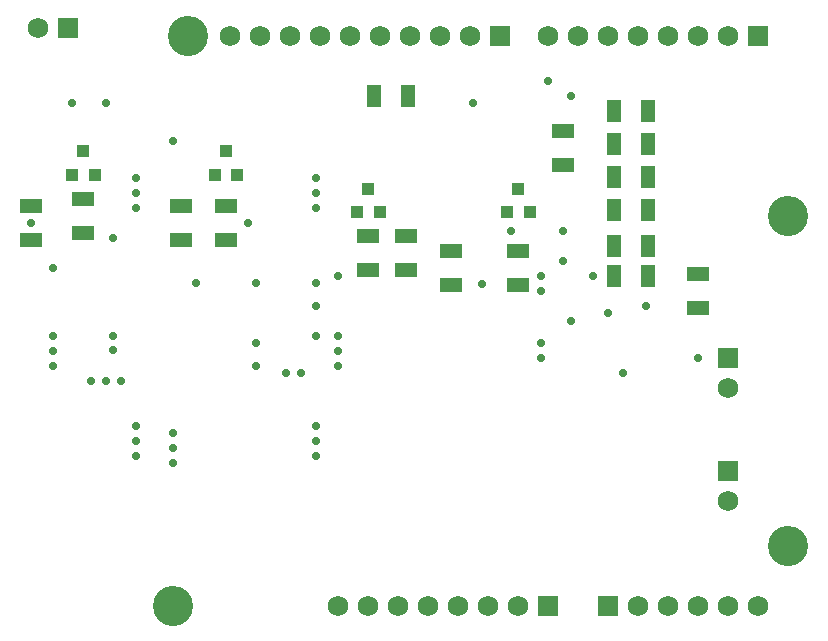
<source format=gbr>
%TF.GenerationSoftware,Altium Limited,Altium Designer,19.1.8 (144)*%
G04 Layer_Color=16711935*
%FSLAX26Y26*%
%MOIN*%
%TF.FileFunction,Soldermask,Bot*%
%TF.Part,Single*%
G01*
G75*
%TA.AperFunction,SMDPad,CuDef*%
%ADD30R,0.074929X0.051307*%
%ADD31R,0.051307X0.074929*%
%ADD32R,0.039496X0.043433*%
%TA.AperFunction,ComponentPad*%
%ADD33C,0.069024*%
%ADD34R,0.069024X0.069024*%
%ADD35R,0.069024X0.069024*%
%ADD36C,0.068000*%
%ADD37R,0.068000X0.068000*%
%TA.AperFunction,ViaPad*%
%ADD38C,0.133984*%
%ADD39C,0.028000*%
D30*
X2300000Y1207087D02*
D03*
Y1092913D02*
D03*
X1850000Y1567913D02*
D03*
Y1682087D02*
D03*
X725000Y1317913D02*
D03*
Y1432087D02*
D03*
X1700000Y1167913D02*
D03*
Y1282087D02*
D03*
X575000Y1317913D02*
D03*
Y1432087D02*
D03*
X75000Y1317913D02*
D03*
Y1432087D02*
D03*
X250000Y1457087D02*
D03*
Y1342913D02*
D03*
X1475000Y1282087D02*
D03*
Y1167913D02*
D03*
X1325000Y1332087D02*
D03*
Y1217913D02*
D03*
X1200000Y1332087D02*
D03*
Y1217913D02*
D03*
D31*
X1217913Y1800000D02*
D03*
X1332086D02*
D03*
X2132087Y1749999D02*
D03*
X2017913D02*
D03*
Y1418749D02*
D03*
X2132087D02*
D03*
Y1529166D02*
D03*
X2017913D02*
D03*
X2132087Y1197916D02*
D03*
X2017913D02*
D03*
X2132087Y1639583D02*
D03*
X2017913D02*
D03*
Y1300000D02*
D03*
X2132087D02*
D03*
D32*
X1237402Y1410630D02*
D03*
X1162599D02*
D03*
X1200000Y1489370D02*
D03*
X1737402Y1410630D02*
D03*
X1662599D02*
D03*
X1700000Y1489370D02*
D03*
X762402Y1535630D02*
D03*
X687598D02*
D03*
X725000Y1614370D02*
D03*
X287402Y1535630D02*
D03*
X212599D02*
D03*
X250000Y1614370D02*
D03*
D33*
X100000Y2025000D02*
D03*
X2400000Y825000D02*
D03*
Y450000D02*
D03*
D34*
X200000Y2025000D02*
D03*
D35*
X2400000Y925000D02*
D03*
Y550000D02*
D03*
D36*
X1600000Y100000D02*
D03*
X1700000D02*
D03*
X1100000D02*
D03*
X1200000D02*
D03*
X1300000D02*
D03*
X1400000D02*
D03*
X1500000D02*
D03*
X2300000Y2000000D02*
D03*
X2400000D02*
D03*
X1800000D02*
D03*
X1900000D02*
D03*
X2000000D02*
D03*
X2100000D02*
D03*
X2200000D02*
D03*
X740000D02*
D03*
X840000D02*
D03*
X940000D02*
D03*
X1040000D02*
D03*
X1140000D02*
D03*
X1240000D02*
D03*
X1340000D02*
D03*
X1440000D02*
D03*
X1540000D02*
D03*
X2500000Y100000D02*
D03*
X2400000D02*
D03*
X2300000D02*
D03*
X2200000D02*
D03*
X2100000D02*
D03*
D37*
X1800000D02*
D03*
X2500000Y2000000D02*
D03*
X1640000D02*
D03*
X2000000Y100000D02*
D03*
D38*
X600000Y2000000D02*
D03*
X550000Y100000D02*
D03*
X2600000Y1400000D02*
D03*
Y300000D02*
D03*
D39*
X975000Y875000D02*
D03*
X1100000Y900000D02*
D03*
Y950000D02*
D03*
Y1000000D02*
D03*
X925000Y875000D02*
D03*
X375000Y850000D02*
D03*
X325000D02*
D03*
X275000D02*
D03*
X150000Y1000000D02*
D03*
Y900000D02*
D03*
Y950000D02*
D03*
X2125000Y1100000D02*
D03*
X2300000Y1092913D02*
D03*
Y925000D02*
D03*
X2000000Y1075000D02*
D03*
X2049497Y875000D02*
D03*
X1025000Y1100000D02*
D03*
Y1175000D02*
D03*
Y1000000D02*
D03*
Y1525000D02*
D03*
Y1475000D02*
D03*
Y1425000D02*
D03*
Y600000D02*
D03*
Y650000D02*
D03*
Y700000D02*
D03*
X550000Y575000D02*
D03*
Y625000D02*
D03*
Y675000D02*
D03*
Y1650000D02*
D03*
X425000Y600000D02*
D03*
Y650000D02*
D03*
Y700000D02*
D03*
Y1425000D02*
D03*
Y1475000D02*
D03*
Y1525000D02*
D03*
X1325000Y1225000D02*
D03*
X575000Y1313284D02*
D03*
X75000Y1375000D02*
D03*
X1675000Y1350000D02*
D03*
X1875000Y1050000D02*
D03*
X1775000Y1150000D02*
D03*
Y1200000D02*
D03*
X800000Y1375000D02*
D03*
X1225000Y1800000D02*
D03*
X1325000D02*
D03*
X2125000Y1425000D02*
D03*
X350000Y1325000D02*
D03*
X1550000Y1775000D02*
D03*
X1850000Y1350000D02*
D03*
Y1250000D02*
D03*
X1775000Y925000D02*
D03*
Y975000D02*
D03*
X825000Y900000D02*
D03*
Y975000D02*
D03*
X2025000Y1750000D02*
D03*
X1800000Y1850000D02*
D03*
X350000Y953543D02*
D03*
Y1000000D02*
D03*
X825000Y1175000D02*
D03*
X625000D02*
D03*
X2132087Y1197916D02*
D03*
X1950000Y1198032D02*
D03*
X1578543Y1171457D02*
D03*
X1100000Y1200000D02*
D03*
X212599Y1774016D02*
D03*
X325000Y1775000D02*
D03*
X1875000Y1800000D02*
D03*
X2017913Y1639583D02*
D03*
X150000Y1225000D02*
D03*
%TF.MD5,7b7a6c1024c3b8c598a4dfa1d31fc607*%
M02*

</source>
